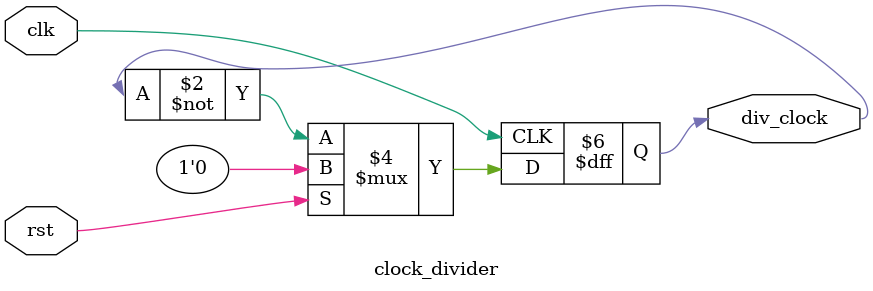
<source format=v>
module clock_divider(div_clock, clk, rst);
	
	input clk, rst;
	output reg div_clock;
	
	//这里是不是有点问题
	always @(posedge clk) 
	begin
	if (rst)
		div_clock <= 1'b0;
	else
		div_clock <= ~div_clock;
	end
	
endmodule

</source>
